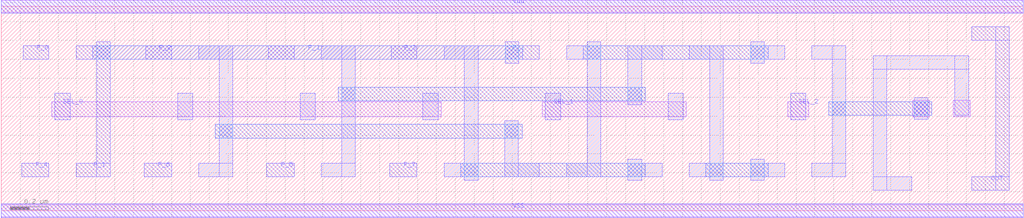
<source format=lef>
VERSION 5.7 ;
BUSBITCHARS "[]" ;
DIVIDERCHAR "/" ;

MACRO flogic_8x1
  ORIGIN 0 0 ;
  FOREIGN flogic_8x1 0 0 ;
  SIZE 5.4 BY 1.08 ;
  SYMMETRY X Y ;
  SITE core ;
  PIN F_0
    DIRECTION INPUT ;
    USE SIGNAL ;
    PORT
      LAYER M1 ;
        RECT 0.116 0.8 0.252 0.872 ;
    END
  END F_0
  PIN F_1
    DIRECTION INPUT ;
    USE SIGNAL ;
    PORT
      LAYER M2 ;
        RECT 0.484 0.8 2.756 0.872 ;
      LAYER M1 ;
        RECT 2.664 0.8 2.844 0.872 ;
        RECT 2.664 0.78 2.736 0.892 ;
        RECT 1.412 0.8 1.548 0.872 ;
        RECT 0.504 0.18 0.576 0.892 ;
        RECT 0.396 0.8 0.576 0.872 ;
        RECT 0.396 0.18 0.576 0.252 ;
      LAYER V1 ;
        RECT 0.504 0.8 0.576 0.872 ;
        RECT 2.664 0.8 2.736 0.872 ;
    END
  END F_1
  PIN F_2
    DIRECTION INPUT ;
    USE SIGNAL ;
    PORT
      LAYER M1 ;
        RECT 0.764 0.8 0.9 0.872 ;
    END
  END F_2
  PIN F_3
    DIRECTION INPUT ;
    USE SIGNAL ;
    PORT
      LAYER M1 ;
        RECT 2.06 0.8 2.196 0.872 ;
    END
  END F_3
  PIN F_4
    DIRECTION INPUT ;
    USE SIGNAL ;
    PORT
      LAYER M1 ;
        RECT 0.108 0.18 0.252 0.252 ;
    END
  END F_4
  PIN F_5
    DIRECTION INPUT ;
    USE SIGNAL ;
    PORT
      LAYER M1 ;
        RECT 1.404 0.18 1.548 0.252 ;
    END
  END F_5
  PIN F_6
    DIRECTION INPUT ;
    USE SIGNAL ;
    PORT
      LAYER M1 ;
        RECT 0.756 0.18 0.9 0.252 ;
    END
  END F_6
  PIN F_7
    DIRECTION INPUT ;
    USE SIGNAL ;
    PORT
      LAYER M1 ;
        RECT 2.052 0.18 2.196 0.252 ;
    END
  END F_7
  PIN OUT
    DIRECTION OUTPUT ;
    USE SIGNAL ;
    PORT
      LAYER M1 ;
        RECT 5.128 0.9 5.328 0.972 ;
        RECT 5.256 0.108 5.328 0.972 ;
        RECT 5.128 0.108 5.328 0.18 ;
    END
  END OUT
  PIN SEL_0
    DIRECTION INPUT ;
    USE SIGNAL ;
    PORT
      LAYER M1 ;
        RECT 0.284 0.48 0.364 0.62 ;
    END
  END SEL_0
  PIN SEL_1
    DIRECTION INPUT ;
    USE SIGNAL ;
    PORT
      LAYER M1 ;
        RECT 2.876 0.48 2.956 0.62 ;
    END
  END SEL_1
  PIN SEL_2
    DIRECTION INPUT ;
    USE SIGNAL ;
    PORT
      LAYER M1 ;
        RECT 4.172 0.48 4.252 0.62 ;
    END
  END SEL_2
  PIN VDD
    DIRECTION INOUT ;
    USE POWER ;
    SHAPE ABUTMENT ;
    PORT
      LAYER M1 ;
        RECT 0 1.044 5.4 1.116 ;
    END
  END VDD
  PIN VSS
    DIRECTION INOUT ;
    USE GROUND ;
    SHAPE ABUTMENT ;
    PORT
      LAYER M1 ;
        RECT 0 -0.036 5.4 0.036 ;
    END
  END VSS
  OBS
    LAYER LIG ;
      RECT 0 -0.032 5.4 0.032 ;
      RECT 0 1.048 5.4 1.112 ;
      RECT 5.032 0.496 5.12 0.584 ;
      RECT 4.816 0.496 4.904 0.584 ;
      RECT 4.156 0.496 4.268 0.576 ;
      RECT 2.86 0.496 3.62 0.576 ;
      RECT 0.268 0.496 2.324 0.576 ;
    LAYER M1 ;
      RECT 4.608 0.748 5.112 0.82 ;
      RECT 5.04 0.504 5.112 0.82 ;
      RECT 4.608 0.108 4.68 0.82 ;
      RECT 4.608 0.108 4.812 0.18 ;
      RECT 4.284 0.8 4.464 0.872 ;
      RECT 4.392 0.18 4.464 0.872 ;
      RECT 4.284 0.18 4.464 0.252 ;
      RECT 3.96 0.16 4.032 0.272 ;
      RECT 3.96 0.18 4.14 0.252 ;
      RECT 3.96 0.78 4.032 0.892 ;
      RECT 3.96 0.8 4.14 0.872 ;
      RECT 3.636 0.8 3.816 0.872 ;
      RECT 3.744 0.16 3.816 0.872 ;
      RECT 3.636 0.18 3.816 0.252 ;
      RECT 3.312 0.16 3.384 0.272 ;
      RECT 3.312 0.18 3.492 0.252 ;
      RECT 3.312 0.8 3.492 0.872 ;
      RECT 3.312 0.56 3.384 0.872 ;
      RECT 3.096 0.18 3.168 0.892 ;
      RECT 2.988 0.8 3.168 0.872 ;
      RECT 2.988 0.18 3.168 0.252 ;
      RECT 2.66 0.18 2.732 0.476 ;
      RECT 2.66 0.18 2.844 0.252 ;
      RECT 2.34 0.8 2.52 0.872 ;
      RECT 2.448 0.16 2.52 0.872 ;
      RECT 2.34 0.18 2.52 0.252 ;
      RECT 1.692 0.8 1.872 0.872 ;
      RECT 1.8 0.18 1.872 0.872 ;
      RECT 1.692 0.18 1.872 0.252 ;
      RECT 1.044 0.8 1.224 0.872 ;
      RECT 1.152 0.18 1.224 0.872 ;
      RECT 1.044 0.18 1.224 0.252 ;
      RECT 4.824 0.484 4.896 0.596 ;
      RECT 3.524 0.48 3.604 0.62 ;
      RECT 2.228 0.48 2.308 0.62 ;
      RECT 1.58 0.48 1.66 0.62 ;
      RECT 0.932 0.48 1.012 0.62 ;
    LAYER M2 ;
      RECT 4.372 0.504 4.916 0.576 ;
      RECT 3.724 0.18 4.052 0.252 ;
      RECT 3.076 0.8 4.052 0.872 ;
      RECT 2.428 0.18 3.404 0.252 ;
      RECT 1.78 0.58 3.404 0.652 ;
      RECT 1.132 0.384 2.752 0.456 ;
    LAYER V1 ;
      RECT 4.824 0.504 4.896 0.576 ;
      RECT 4.392 0.504 4.464 0.576 ;
      RECT 3.96 0.18 4.032 0.252 ;
      RECT 3.96 0.8 4.032 0.872 ;
      RECT 3.744 0.18 3.816 0.252 ;
      RECT 3.312 0.18 3.384 0.252 ;
      RECT 3.312 0.58 3.384 0.652 ;
      RECT 3.096 0.8 3.168 0.872 ;
      RECT 2.66 0.384 2.732 0.456 ;
      RECT 2.448 0.18 2.52 0.252 ;
      RECT 1.8 0.58 1.872 0.652 ;
      RECT 1.152 0.384 1.224 0.456 ;
  END
END flogic_8x1

END LIBRARY

</source>
